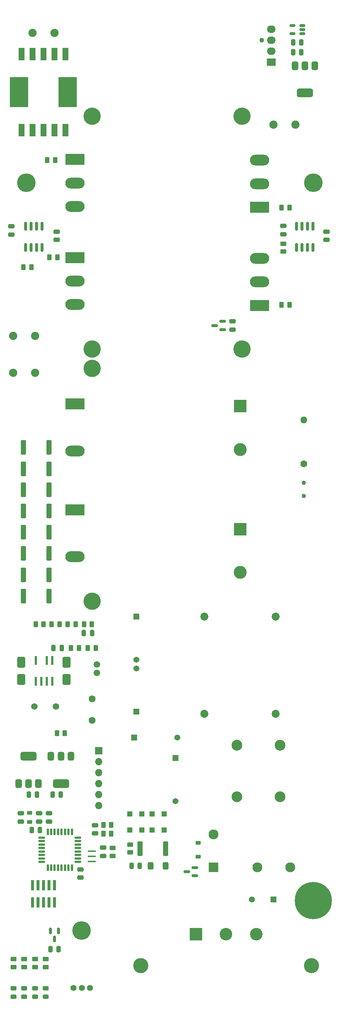
<source format=gbr>
%TF.GenerationSoftware,KiCad,Pcbnew,9.0.0*%
%TF.CreationDate,2025-03-25T20:50:40-04:00*%
%TF.ProjectId,RampedFetCoil,52616d70-6564-4466-9574-436f696c2e6b,rev?*%
%TF.SameCoordinates,Original*%
%TF.FileFunction,Soldermask,Top*%
%TF.FilePolarity,Negative*%
%FSLAX46Y46*%
G04 Gerber Fmt 4.6, Leading zero omitted, Abs format (unit mm)*
G04 Created by KiCad (PCBNEW 9.0.0) date 2025-03-25 20:50:40*
%MOMM*%
%LPD*%
G01*
G04 APERTURE LIST*
G04 Aperture macros list*
%AMRoundRect*
0 Rectangle with rounded corners*
0 $1 Rounding radius*
0 $2 $3 $4 $5 $6 $7 $8 $9 X,Y pos of 4 corners*
0 Add a 4 corners polygon primitive as box body*
4,1,4,$2,$3,$4,$5,$6,$7,$8,$9,$2,$3,0*
0 Add four circle primitives for the rounded corners*
1,1,$1+$1,$2,$3*
1,1,$1+$1,$4,$5*
1,1,$1+$1,$6,$7*
1,1,$1+$1,$8,$9*
0 Add four rect primitives between the rounded corners*
20,1,$1+$1,$2,$3,$4,$5,0*
20,1,$1+$1,$4,$5,$6,$7,0*
20,1,$1+$1,$6,$7,$8,$9,0*
20,1,$1+$1,$8,$9,$2,$3,0*%
G04 Aperture macros list end*
%ADD10RoundRect,0.250000X-0.262500X-0.450000X0.262500X-0.450000X0.262500X0.450000X-0.262500X0.450000X0*%
%ADD11RoundRect,0.250000X-0.450000X0.262500X-0.450000X-0.262500X0.450000X-0.262500X0.450000X0.262500X0*%
%ADD12RoundRect,0.250000X0.262500X0.450000X-0.262500X0.450000X-0.262500X-0.450000X0.262500X-0.450000X0*%
%ADD13RoundRect,0.250000X-0.400000X-0.600000X0.400000X-0.600000X0.400000X0.600000X-0.400000X0.600000X0*%
%ADD14RoundRect,0.150000X0.150000X-0.825000X0.150000X0.825000X-0.150000X0.825000X-0.150000X-0.825000X0*%
%ADD15RoundRect,0.250000X-0.362500X-1.425000X0.362500X-1.425000X0.362500X1.425000X-0.362500X1.425000X0*%
%ADD16RoundRect,0.250000X-0.475000X0.250000X-0.475000X-0.250000X0.475000X-0.250000X0.475000X0.250000X0*%
%ADD17RoundRect,0.250000X0.650000X-1.000000X0.650000X1.000000X-0.650000X1.000000X-0.650000X-1.000000X0*%
%ADD18R,1.371600X1.371600*%
%ADD19C,1.371600*%
%ADD20RoundRect,0.375000X0.375000X-0.625000X0.375000X0.625000X-0.375000X0.625000X-0.375000X-0.625000X0*%
%ADD21RoundRect,0.500000X1.400000X-0.500000X1.400000X0.500000X-1.400000X0.500000X-1.400000X-0.500000X0*%
%ADD22RoundRect,0.250000X0.475000X-0.250000X0.475000X0.250000X-0.475000X0.250000X-0.475000X-0.250000X0*%
%ADD23R,1.422400X1.422400*%
%ADD24C,1.422400*%
%ADD25R,0.740000X2.400000*%
%ADD26R,1.900000X0.400000*%
%ADD27RoundRect,0.243750X0.456250X-0.243750X0.456250X0.243750X-0.456250X0.243750X-0.456250X-0.243750X0*%
%ADD28RoundRect,0.250000X0.362500X1.425000X-0.362500X1.425000X-0.362500X-1.425000X0.362500X-1.425000X0*%
%ADD29C,1.905000*%
%ADD30RoundRect,0.250000X-0.250000X-0.475000X0.250000X-0.475000X0.250000X0.475000X-0.250000X0.475000X0*%
%ADD31C,4.000000*%
%ADD32RoundRect,0.150000X0.512500X0.150000X-0.512500X0.150000X-0.512500X-0.150000X0.512500X-0.150000X0*%
%ADD33R,2.300000X2.300000*%
%ADD34C,2.300000*%
%ADD35C,1.000000*%
%ADD36RoundRect,0.218750X0.381250X-0.218750X0.381250X0.218750X-0.381250X0.218750X-0.381250X-0.218750X0*%
%ADD37R,4.500000X2.500000*%
%ADD38O,4.500000X2.500000*%
%ADD39RoundRect,0.102000X0.605000X-1.355000X0.605000X1.355000X-0.605000X1.355000X-0.605000X-1.355000X0*%
%ADD40RoundRect,0.102000X2.050000X-3.370000X2.050000X3.370000X-2.050000X3.370000X-2.050000X-3.370000X0*%
%ADD41RoundRect,0.375000X-0.375000X0.625000X-0.375000X-0.625000X0.375000X-0.625000X0.375000X0.625000X0*%
%ADD42RoundRect,0.500000X-1.400000X0.500000X-1.400000X-0.500000X1.400000X-0.500000X1.400000X0.500000X0*%
%ADD43RoundRect,0.150000X0.587500X0.150000X-0.587500X0.150000X-0.587500X-0.150000X0.587500X-0.150000X0*%
%ADD44R,3.000000X3.000000*%
%ADD45C,3.000000*%
%ADD46RoundRect,0.250000X-0.650000X1.000000X-0.650000X-1.000000X0.650000X-1.000000X0.650000X1.000000X0*%
%ADD47R,1.200000X1.200000*%
%ADD48C,4.300000*%
%ADD49C,1.854000*%
%ADD50R,1.700000X1.700000*%
%ADD51O,1.700000X1.700000*%
%ADD52C,3.500000*%
%ADD53RoundRect,0.102000X-1.350000X-1.350000X1.350000X-1.350000X1.350000X1.350000X-1.350000X1.350000X0*%
%ADD54C,2.904000*%
%ADD55RoundRect,0.250000X0.250000X0.475000X-0.250000X0.475000X-0.250000X-0.475000X0.250000X-0.475000X0*%
%ADD56C,1.400000*%
%ADD57C,1.100000*%
%ADD58R,2.030000X1.730000*%
%ADD59O,2.030000X1.730000*%
%ADD60RoundRect,0.150000X-0.150000X0.587500X-0.150000X-0.587500X0.150000X-0.587500X0.150000X0.587500X0*%
%ADD61C,1.600000*%
%ADD62O,1.600000X1.600000*%
%ADD63C,1.512000*%
%ADD64RoundRect,0.125000X0.625000X0.125000X-0.625000X0.125000X-0.625000X-0.125000X0.625000X-0.125000X0*%
%ADD65RoundRect,0.125000X0.125000X0.625000X-0.125000X0.625000X-0.125000X-0.625000X0.125000X-0.625000X0*%
%ADD66R,0.600000X2.000000*%
%ADD67C,2.500000*%
%ADD68C,1.500000*%
%ADD69RoundRect,0.250000X0.450000X-0.262500X0.450000X0.262500X-0.450000X0.262500X-0.450000X-0.262500X0*%
%ADD70C,1.612000*%
%ADD71RoundRect,0.225000X-0.375000X0.225000X-0.375000X-0.225000X0.375000X-0.225000X0.375000X0.225000X0*%
%ADD72C,0.900000*%
%ADD73C,8.600000*%
G04 APERTURE END LIST*
D10*
%TO.C,R31*%
X92587500Y-80750000D03*
X94412500Y-80750000D03*
%TD*%
D11*
%TO.C,R30*%
X152750000Y-75337500D03*
X152750000Y-77162500D03*
%TD*%
D12*
%TO.C,R18*%
X112912500Y-212000000D03*
X111087500Y-212000000D03*
%TD*%
D13*
%TO.C,D14*%
X122000000Y-219468750D03*
X125500000Y-219468750D03*
%TD*%
D14*
%TO.C,U3*%
X93095000Y-76225000D03*
X94365000Y-76225000D03*
X95635000Y-76225000D03*
X96905000Y-76225000D03*
X96905000Y-71275000D03*
X95635000Y-71275000D03*
X94365000Y-71275000D03*
X93095000Y-71275000D03*
%TD*%
D15*
%TO.C,R28*%
X92537500Y-152110000D03*
X98462500Y-152110000D03*
%TD*%
D11*
%TO.C,R7*%
X95250000Y-241087500D03*
X95250000Y-242912500D03*
%TD*%
D16*
%TO.C,C3*%
X105750000Y-220300000D03*
X105750000Y-222200000D03*
%TD*%
D17*
%TO.C,D7*%
X92095000Y-176300000D03*
X92095000Y-172300000D03*
%TD*%
D18*
%TO.C,C30*%
X118750000Y-183750000D03*
D19*
X118750000Y-173750000D03*
%TD*%
D20*
%TO.C,U5*%
X91450000Y-200383240D03*
X93750000Y-200383240D03*
D21*
X93750000Y-194083240D03*
D20*
X96050000Y-200383240D03*
%TD*%
D22*
%TO.C,C21*%
X109162500Y-211950000D03*
X109162500Y-210050000D03*
%TD*%
D23*
%TO.C,TH1*%
X150500000Y-227250000D03*
D24*
X145500000Y-227250000D03*
%TD*%
D16*
%TO.C,C19*%
X152750000Y-71250000D03*
X152750000Y-73150000D03*
%TD*%
D25*
%TO.C,J1*%
X94670000Y-227900000D03*
X94670000Y-224000000D03*
X95940000Y-227900000D03*
X95940000Y-224000000D03*
X97210000Y-227900000D03*
X97210000Y-224000000D03*
X98480000Y-227900000D03*
X98480000Y-224000000D03*
X99750000Y-227900000D03*
X99750000Y-224000000D03*
%TD*%
D26*
%TO.C,U4*%
X108360000Y-216070000D03*
X108360000Y-217270000D03*
X108360000Y-218470000D03*
%TD*%
D12*
%TO.C,R15*%
X154162500Y-89500000D03*
X152337500Y-89500000D03*
%TD*%
D10*
%TO.C,R13*%
X98087500Y-56000000D03*
X99912500Y-56000000D03*
%TD*%
D27*
%TO.C,D5*%
X97750000Y-249750000D03*
X97750000Y-247875000D03*
%TD*%
D16*
%TO.C,C2*%
X89750000Y-71350000D03*
X89750000Y-73250000D03*
%TD*%
D15*
%TO.C,R29*%
X92537500Y-157000000D03*
X98462500Y-157000000D03*
%TD*%
D28*
%TO.C,R17*%
X125462500Y-215468750D03*
X119537500Y-215468750D03*
%TD*%
D29*
%TO.C,J4*%
X150460000Y-47750000D03*
X155540000Y-47750000D03*
%TD*%
D15*
%TO.C,R23*%
X92537500Y-127500000D03*
X98462500Y-127500000D03*
%TD*%
D30*
%TO.C,C24*%
X155050000Y-28750000D03*
X156950000Y-28750000D03*
%TD*%
D27*
%TO.C,D2*%
X90250000Y-249750000D03*
X90250000Y-247875000D03*
%TD*%
D11*
%TO.C,R16*%
X117250000Y-214556250D03*
X117250000Y-216381250D03*
%TD*%
D30*
%TO.C,C23*%
X155050000Y-31000000D03*
X156950000Y-31000000D03*
%TD*%
D12*
%TO.C,R19*%
X112912500Y-210000000D03*
X111087500Y-210000000D03*
%TD*%
D31*
%TO.C,HS2*%
X108500000Y-158186000D03*
X108500000Y-104250000D03*
%TD*%
D32*
%TO.C,U10*%
X157137500Y-26700000D03*
X157137500Y-25750000D03*
X157137500Y-24800000D03*
X154862500Y-24800000D03*
X154862500Y-26700000D03*
%TD*%
D10*
%TO.C,R3*%
X102837500Y-163500000D03*
X104662500Y-163500000D03*
%TD*%
D15*
%TO.C,R25*%
X92537500Y-137280000D03*
X98462500Y-137280000D03*
%TD*%
D22*
%TO.C,C5*%
X92000000Y-209200000D03*
X92000000Y-207300000D03*
%TD*%
D33*
%TO.C,K1*%
X136625000Y-219800000D03*
D34*
X146785000Y-219800000D03*
X154405000Y-219800000D03*
X136625000Y-212180000D03*
%TD*%
D35*
%TO.C,NE1*%
X157500000Y-130750000D03*
X157500000Y-133750000D03*
%TD*%
D22*
%TO.C,C6*%
X98500000Y-209200000D03*
X98500000Y-207300000D03*
%TD*%
D36*
%TO.C,FB1*%
X94000000Y-209312500D03*
X94000000Y-207187500D03*
%TD*%
D37*
%TO.C,Q9*%
X147250000Y-66900000D03*
D38*
X147250000Y-61450000D03*
X147250000Y-56000000D03*
%TD*%
D39*
%TO.C,T1*%
X92130000Y-49000000D03*
X94670000Y-49000000D03*
X97210000Y-49000000D03*
X99750000Y-49000000D03*
X102290000Y-49000000D03*
X102290000Y-31450000D03*
X99750000Y-31450000D03*
X97210000Y-31450000D03*
X94670000Y-31450000D03*
X92130000Y-31450000D03*
D40*
X91590000Y-40225000D03*
X102830000Y-40225000D03*
%TD*%
D11*
%TO.C,R5*%
X90250000Y-241087500D03*
X90250000Y-242912500D03*
%TD*%
D10*
%TO.C,R4*%
X106587500Y-163500000D03*
X108412500Y-163500000D03*
%TD*%
D41*
%TO.C,U12*%
X160050000Y-34100000D03*
X157750000Y-34100000D03*
D42*
X157750000Y-40400000D03*
D41*
X155450000Y-34100000D03*
%TD*%
D22*
%TO.C,C7*%
X96250000Y-209200000D03*
X96250000Y-207300000D03*
%TD*%
D29*
%TO.C,J7*%
X90210000Y-96750000D03*
X95290000Y-96750000D03*
%TD*%
D10*
%TO.C,R2*%
X99087500Y-163500000D03*
X100912500Y-163500000D03*
%TD*%
D22*
%TO.C,C15*%
X100250000Y-74450000D03*
X100250000Y-72550000D03*
%TD*%
D30*
%TO.C,C1*%
X106550000Y-165500000D03*
X108450000Y-165500000D03*
%TD*%
D43*
%TO.C,Q5*%
X132250000Y-221762500D03*
X132250000Y-219862500D03*
X130375000Y-220812500D03*
%TD*%
D44*
%TO.C,C17*%
X142750000Y-113000000D03*
D45*
X142750000Y-123000000D03*
%TD*%
D46*
%TO.C,D8*%
X102595000Y-172300000D03*
X102595000Y-176300000D03*
%TD*%
D30*
%TO.C,C11*%
X99550000Y-169000000D03*
X101450000Y-169000000D03*
%TD*%
D18*
%TO.C,C28*%
X127750000Y-194500000D03*
D19*
X127750000Y-204500000D03*
%TD*%
D47*
%TO.C,D1*%
X117200000Y-207468750D03*
X120000000Y-207468750D03*
%TD*%
D43*
%TO.C,U6*%
X138687500Y-95250000D03*
X138687500Y-93350000D03*
X136812500Y-94300000D03*
%TD*%
D18*
%TO.C,C27*%
X118250000Y-189750000D03*
D19*
X128250000Y-189750000D03*
%TD*%
D16*
%TO.C,C10*%
X141000000Y-93350000D03*
X141000000Y-95250000D03*
%TD*%
D48*
%TO.C,H1*%
X159750000Y-61250000D03*
%TD*%
D11*
%TO.C,R8*%
X97750000Y-241087500D03*
X97750000Y-242912500D03*
%TD*%
D49*
%TO.C,C22*%
X151000000Y-184250000D03*
X151000000Y-161750000D03*
%TD*%
D29*
%TO.C,J5*%
X94710000Y-26500000D03*
X99790000Y-26500000D03*
%TD*%
D10*
%TO.C,R11*%
X107500000Y-169000000D03*
X109325000Y-169000000D03*
%TD*%
D27*
%TO.C,D4*%
X95250000Y-249750000D03*
X95250000Y-247875000D03*
%TD*%
D50*
%TO.C,J2*%
X110000000Y-192783240D03*
D51*
X110000000Y-195323240D03*
X110000000Y-197863240D03*
X110000000Y-200403240D03*
X110000000Y-202943240D03*
X110000000Y-205483240D03*
%TD*%
D30*
%TO.C,C8*%
X93800000Y-202983240D03*
X95700000Y-202983240D03*
%TD*%
D12*
%TO.C,R10*%
X105412500Y-169000000D03*
X103587500Y-169000000D03*
%TD*%
D14*
%TO.C,U8*%
X155845000Y-76225000D03*
X157115000Y-76225000D03*
X158385000Y-76225000D03*
X159655000Y-76225000D03*
X159655000Y-71275000D03*
X158385000Y-71275000D03*
X157115000Y-71275000D03*
X155845000Y-71275000D03*
%TD*%
D52*
%TO.C,J3*%
X119750000Y-242612500D03*
X159250000Y-242612500D03*
D53*
X132500000Y-235312500D03*
D54*
X139500000Y-235312500D03*
X146500000Y-235312500D03*
%TD*%
D16*
%TO.C,C26*%
X111000000Y-215250000D03*
X111000000Y-217150000D03*
%TD*%
D48*
%TO.C,H2*%
X93250000Y-61250000D03*
%TD*%
D55*
%TO.C,C9*%
X101200000Y-202983240D03*
X99300000Y-202983240D03*
%TD*%
D56*
%TO.C,U9*%
X104167500Y-247750000D03*
X106072500Y-247750000D03*
X107977500Y-247750000D03*
%TD*%
D10*
%TO.C,R12*%
X100337500Y-188750000D03*
X102162500Y-188750000D03*
%TD*%
D47*
%TO.C,D12*%
X122350000Y-211218750D03*
X125150000Y-211218750D03*
%TD*%
%TO.C,D13*%
X117200000Y-211218750D03*
X120000000Y-211218750D03*
%TD*%
D57*
%TO.C,M1*%
X147790000Y-28220000D03*
D58*
X149950000Y-33300000D03*
D59*
X149950000Y-30760000D03*
X149950000Y-28220000D03*
X149950000Y-25680000D03*
%TD*%
D60*
%TO.C,Q6*%
X100700000Y-234562500D03*
X98800000Y-234562500D03*
X99750000Y-236437500D03*
%TD*%
D49*
%TO.C,C25*%
X134500000Y-161750000D03*
X134500000Y-184250000D03*
%TD*%
D61*
%TO.C,R21*%
X157500000Y-126330000D03*
D62*
X157500000Y-116170000D03*
%TD*%
D47*
%TO.C,D11*%
X122350000Y-207468750D03*
X125150000Y-207468750D03*
%TD*%
D63*
%TO.C,C12*%
X109595000Y-172800000D03*
X109595000Y-174800000D03*
%TD*%
D55*
%TO.C,C14*%
X100700000Y-238750000D03*
X98800000Y-238750000D03*
%TD*%
D15*
%TO.C,R26*%
X92537500Y-142170000D03*
X98462500Y-142170000D03*
%TD*%
D18*
%TO.C,C29*%
X118750000Y-161750000D03*
D19*
X118750000Y-171750000D03*
%TD*%
D37*
%TO.C,Q7*%
X104500000Y-55850000D03*
D38*
X104500000Y-61300000D03*
X104500000Y-66750000D03*
%TD*%
D64*
%TO.C,U1*%
X105175000Y-218550000D03*
X105175000Y-217750000D03*
X105175000Y-216950000D03*
X105175000Y-216150000D03*
X105175000Y-215350000D03*
X105175000Y-214550000D03*
X105175000Y-213750000D03*
X105175000Y-212950000D03*
D65*
X103800000Y-211575000D03*
X103000000Y-211575000D03*
X102200000Y-211575000D03*
X101400000Y-211575000D03*
X100600000Y-211575000D03*
X99800000Y-211575000D03*
X99000000Y-211575000D03*
X98200000Y-211575000D03*
D64*
X96825000Y-212950000D03*
X96825000Y-213750000D03*
X96825000Y-214550000D03*
X96825000Y-215350000D03*
X96825000Y-216150000D03*
X96825000Y-216950000D03*
X96825000Y-217750000D03*
X96825000Y-218550000D03*
D65*
X98200000Y-219925000D03*
X99000000Y-219925000D03*
X99800000Y-219925000D03*
X100600000Y-219925000D03*
X101400000Y-219925000D03*
X102200000Y-219925000D03*
X103000000Y-219925000D03*
X103800000Y-219925000D03*
%TD*%
D27*
%TO.C,D3*%
X92750000Y-249750000D03*
X92750000Y-247875000D03*
%TD*%
D15*
%TO.C,R24*%
X92537500Y-132390000D03*
X98462500Y-132390000D03*
%TD*%
D37*
%TO.C,Q8*%
X104500000Y-78550000D03*
D38*
X104500000Y-84000000D03*
X104500000Y-89450000D03*
%TD*%
D41*
%TO.C,U2*%
X103550000Y-194083240D03*
X101250000Y-194083240D03*
D42*
X101250000Y-200383240D03*
D41*
X98950000Y-194083240D03*
%TD*%
D48*
%TO.C,H3*%
X106000000Y-234500000D03*
%TD*%
D31*
%TO.C,HS1*%
X108500000Y-45814000D03*
X108500000Y-99750000D03*
X143200000Y-45814000D03*
X143200000Y-99750000D03*
%TD*%
D66*
%TO.C,U7*%
X99250000Y-171850000D03*
X97980000Y-171850000D03*
X95440000Y-171850000D03*
X95440000Y-176750000D03*
X96710000Y-176750000D03*
X97980000Y-176750000D03*
X99250000Y-176750000D03*
%TD*%
D67*
%TO.C,FL1*%
X142000000Y-203500000D03*
X142000000Y-191500000D03*
X152000000Y-203500000D03*
X152000000Y-191500000D03*
%TD*%
D29*
%TO.C,J6*%
X90210000Y-105250000D03*
X95290000Y-105250000D03*
%TD*%
D68*
%TO.C,L1*%
X95095000Y-182550000D03*
X100095000Y-182550000D03*
%TD*%
D37*
%TO.C,D9*%
X104500000Y-112486000D03*
D38*
X104500000Y-123386000D03*
%TD*%
D11*
%TO.C,R6*%
X92750000Y-241087500D03*
X92750000Y-242912500D03*
%TD*%
D69*
%TO.C,R20*%
X113250000Y-217162500D03*
X113250000Y-215337500D03*
%TD*%
D37*
%TO.C,Q10*%
X147250000Y-89650000D03*
D38*
X147250000Y-84200000D03*
X147250000Y-78750000D03*
%TD*%
D15*
%TO.C,R22*%
X92537500Y-122500000D03*
X98462500Y-122500000D03*
%TD*%
D10*
%TO.C,R9*%
X98587500Y-78500000D03*
X100412500Y-78500000D03*
%TD*%
D70*
%TO.C,C13*%
X108500000Y-180750000D03*
X108500000Y-185750000D03*
%TD*%
D10*
%TO.C,R1*%
X95425000Y-163500000D03*
X97250000Y-163500000D03*
%TD*%
D37*
%TO.C,D10*%
X104500000Y-136986000D03*
D38*
X104500000Y-147886000D03*
%TD*%
D15*
%TO.C,R27*%
X92537500Y-147060000D03*
X98462500Y-147060000D03*
%TD*%
D71*
%TO.C,D6*%
X133000000Y-214100000D03*
X133000000Y-217400000D03*
%TD*%
D30*
%TO.C,C20*%
X117600000Y-219468750D03*
X119500000Y-219468750D03*
%TD*%
D72*
%TO.C,H4*%
X156525000Y-227500000D03*
X157469581Y-225219581D03*
X157469581Y-229780419D03*
X159750000Y-224275000D03*
D73*
X159750000Y-227500000D03*
D72*
X159750000Y-230725000D03*
X162030419Y-225219581D03*
X162030419Y-229780419D03*
X162975000Y-227500000D03*
%TD*%
D55*
%TO.C,C4*%
X96410000Y-211166760D03*
X94510000Y-211166760D03*
%TD*%
D22*
%TO.C,C18*%
X162750000Y-74450000D03*
X162750000Y-72550000D03*
%TD*%
D12*
%TO.C,R14*%
X154162500Y-67000000D03*
X152337500Y-67000000D03*
%TD*%
D44*
%TO.C,C16*%
X142750000Y-141500000D03*
D45*
X142750000Y-151500000D03*
%TD*%
M02*

</source>
